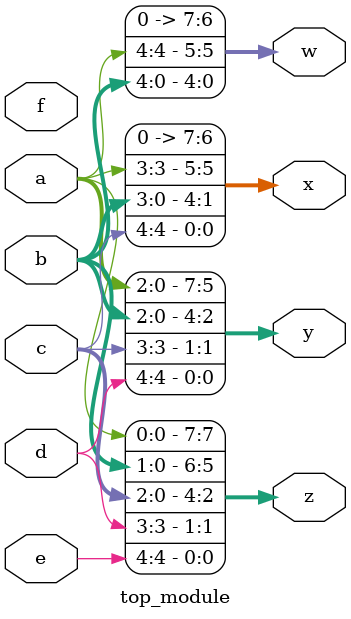
<source format=sv>
module top_module (
	input [4:0] a,
	input [4:0] b,
	input [4:0] c,
	input [4:0] d,
	input [4:0] e,
	input [4:0] f,
	output [7:0] w,
	output [7:0] x,
	output [7:0] y,
	output [7:0] z
);

	assign w = {a[4], b[4:0]};
	assign x = {a[3], b[3:0], c[4]};
	assign y = {a[2:0], b[2:0], c[3], d[4]};
	assign z = {a[1:0], b[1:0], c[2:0], d[3], e[4]};

endmodule

</source>
